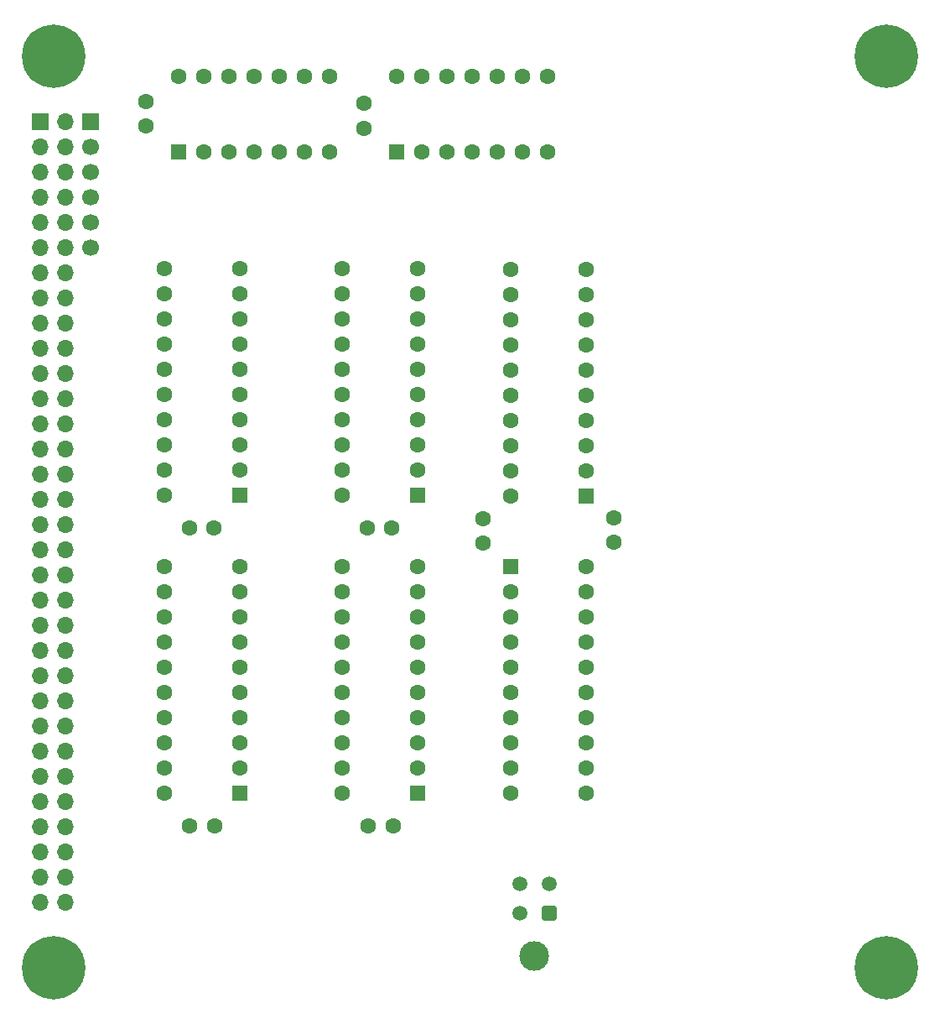
<source format=gbr>
%TF.GenerationSoftware,KiCad,Pcbnew,9.0.4*%
%TF.CreationDate,2025-09-22T01:16:19-04:00*%
%TF.ProjectId,tta8_lsu,74746138-5f6c-4737-952e-6b696361645f,0*%
%TF.SameCoordinates,Original*%
%TF.FileFunction,Soldermask,Bot*%
%TF.FilePolarity,Negative*%
%FSLAX46Y46*%
G04 Gerber Fmt 4.6, Leading zero omitted, Abs format (unit mm)*
G04 Created by KiCad (PCBNEW 9.0.4) date 2025-09-22 01:16:19*
%MOMM*%
%LPD*%
G01*
G04 APERTURE LIST*
G04 Aperture macros list*
%AMRoundRect*
0 Rectangle with rounded corners*
0 $1 Rounding radius*
0 $2 $3 $4 $5 $6 $7 $8 $9 X,Y pos of 4 corners*
0 Add a 4 corners polygon primitive as box body*
4,1,4,$2,$3,$4,$5,$6,$7,$8,$9,$2,$3,0*
0 Add four circle primitives for the rounded corners*
1,1,$1+$1,$2,$3*
1,1,$1+$1,$4,$5*
1,1,$1+$1,$6,$7*
1,1,$1+$1,$8,$9*
0 Add four rect primitives between the rounded corners*
20,1,$1+$1,$2,$3,$4,$5,0*
20,1,$1+$1,$4,$5,$6,$7,0*
20,1,$1+$1,$6,$7,$8,$9,0*
20,1,$1+$1,$8,$9,$2,$3,0*%
G04 Aperture macros list end*
%ADD10C,1.600000*%
%ADD11RoundRect,0.250000X0.550000X0.550000X-0.550000X0.550000X-0.550000X-0.550000X0.550000X-0.550000X0*%
%ADD12R,1.700000X1.700000*%
%ADD13C,1.700000*%
%ADD14RoundRect,0.250000X0.550000X-0.550000X0.550000X0.550000X-0.550000X0.550000X-0.550000X-0.550000X0*%
%ADD15C,6.400000*%
%ADD16O,1.700000X1.700000*%
%ADD17RoundRect,0.250000X-0.550000X-0.550000X0.550000X-0.550000X0.550000X0.550000X-0.550000X0.550000X0*%
%ADD18C,3.000000*%
%ADD19RoundRect,0.250001X0.499999X0.499999X-0.499999X0.499999X-0.499999X-0.499999X0.499999X-0.499999X0*%
%ADD20C,1.500000*%
G04 APERTURE END LIST*
D10*
%TO.C,U5*%
X105100000Y-95380000D03*
X105100000Y-92840000D03*
X105100000Y-90300000D03*
X105100000Y-87760000D03*
X105100000Y-85220000D03*
X105100000Y-82680000D03*
X105100000Y-80140000D03*
X105100000Y-77600000D03*
X105100000Y-75060000D03*
X105100000Y-72520000D03*
X112720000Y-72520000D03*
X112720000Y-75060000D03*
X112720000Y-77600000D03*
X112720000Y-80140000D03*
X112720000Y-82680000D03*
X112720000Y-85220000D03*
X112720000Y-87760000D03*
X112720000Y-90300000D03*
X112720000Y-92840000D03*
D11*
X112720000Y-95380000D03*
%TD*%
D10*
%TO.C,C6*%
X115500000Y-100100000D03*
X115500000Y-97600000D03*
%TD*%
D12*
%TO.C,J2*%
X62650000Y-57645000D03*
D13*
X62650000Y-60185000D03*
X62650000Y-62725000D03*
X62650000Y-65265000D03*
X62650000Y-67805000D03*
X62650000Y-70345000D03*
%TD*%
D14*
%TO.C,U8*%
X93600000Y-60720000D03*
D10*
X96140000Y-60720000D03*
X98680000Y-60720000D03*
X101220000Y-60720000D03*
X103760000Y-60720000D03*
X106300000Y-60720000D03*
X108840000Y-60720000D03*
X108840000Y-53100000D03*
X106300000Y-53100000D03*
X103760000Y-53100000D03*
X101220000Y-53100000D03*
X98680000Y-53100000D03*
X96140000Y-53100000D03*
X93600000Y-53100000D03*
%TD*%
%TO.C,C3*%
X90750000Y-128700000D03*
X93250000Y-128700000D03*
%TD*%
%TO.C,C2*%
X72650000Y-98600000D03*
X75150000Y-98600000D03*
%TD*%
D11*
%TO.C,U4*%
X95700000Y-95360000D03*
D10*
X95700000Y-92820000D03*
X95700000Y-90280000D03*
X95700000Y-87740000D03*
X95700000Y-85200000D03*
X95700000Y-82660000D03*
X95700000Y-80120000D03*
X95700000Y-77580000D03*
X95700000Y-75040000D03*
X95700000Y-72500000D03*
X88080000Y-72500000D03*
X88080000Y-75040000D03*
X88080000Y-77580000D03*
X88080000Y-80120000D03*
X88080000Y-82660000D03*
X88080000Y-85200000D03*
X88080000Y-87740000D03*
X88080000Y-90280000D03*
X88080000Y-92820000D03*
X88080000Y-95360000D03*
%TD*%
D11*
%TO.C,U3*%
X95725000Y-125370000D03*
D10*
X95725000Y-122830000D03*
X95725000Y-120290000D03*
X95725000Y-117750000D03*
X95725000Y-115210000D03*
X95725000Y-112670000D03*
X95725000Y-110130000D03*
X95725000Y-107590000D03*
X95725000Y-105050000D03*
X95725000Y-102510000D03*
X88105000Y-102510000D03*
X88105000Y-105050000D03*
X88105000Y-107590000D03*
X88105000Y-110130000D03*
X88105000Y-112670000D03*
X88105000Y-115210000D03*
X88105000Y-117750000D03*
X88105000Y-120290000D03*
X88105000Y-122830000D03*
X88105000Y-125370000D03*
%TD*%
D15*
%TO.C,H3*%
X59000000Y-143000000D03*
%TD*%
%TO.C,H2*%
X143000000Y-51000000D03*
%TD*%
D14*
%TO.C,U7*%
X71612500Y-60705000D03*
D10*
X74152500Y-60705000D03*
X76692500Y-60705000D03*
X79232500Y-60705000D03*
X81772500Y-60705000D03*
X84312500Y-60705000D03*
X86852500Y-60705000D03*
X86852500Y-53085000D03*
X84312500Y-53085000D03*
X81772500Y-53085000D03*
X79232500Y-53085000D03*
X76692500Y-53085000D03*
X74152500Y-53085000D03*
X71612500Y-53085000D03*
%TD*%
%TO.C,C1*%
X72700000Y-128700000D03*
X75200000Y-128700000D03*
%TD*%
D12*
%TO.C,J1*%
X57570000Y-57645000D03*
D16*
X60110000Y-57645000D03*
X57570000Y-60185000D03*
X60110000Y-60185000D03*
X57570000Y-62725000D03*
X60110000Y-62725000D03*
X57570000Y-65265000D03*
X60110000Y-65265000D03*
X57570000Y-67805000D03*
X60110000Y-67805000D03*
X57570000Y-70345000D03*
X60110000Y-70345000D03*
X57570000Y-72885000D03*
X60110000Y-72885000D03*
X57570000Y-75425000D03*
X60110000Y-75425000D03*
X57570000Y-77965000D03*
X60110000Y-77965000D03*
X57570000Y-80505000D03*
X60110000Y-80505000D03*
X57570000Y-83045000D03*
X60110000Y-83045000D03*
X57570000Y-85585000D03*
X60110000Y-85585000D03*
X57570000Y-88125000D03*
X60110000Y-88125000D03*
X57570000Y-90665000D03*
X60110000Y-90665000D03*
X57570000Y-93205000D03*
X60110000Y-93205000D03*
X57570000Y-95745000D03*
X60110000Y-95745000D03*
X57570000Y-98285000D03*
X60110000Y-98285000D03*
X57570000Y-100825000D03*
X60110000Y-100825000D03*
X57570000Y-103365000D03*
X60110000Y-103365000D03*
X57570000Y-105905000D03*
X60110000Y-105905000D03*
X57570000Y-108445000D03*
X60110000Y-108445000D03*
X57570000Y-110985000D03*
X60110000Y-110985000D03*
X57570000Y-113525000D03*
X60110000Y-113525000D03*
X57570000Y-116065000D03*
X60110000Y-116065000D03*
X57570000Y-118605000D03*
X60110000Y-118605000D03*
X57570000Y-121145000D03*
X60110000Y-121145000D03*
X57570000Y-123685000D03*
X60110000Y-123685000D03*
X57570000Y-126225000D03*
X60110000Y-126225000D03*
X57570000Y-128765000D03*
X60110000Y-128765000D03*
X57570000Y-131305000D03*
X60110000Y-131305000D03*
X57570000Y-133845000D03*
X60110000Y-133845000D03*
X57570000Y-136385000D03*
X60110000Y-136385000D03*
%TD*%
D15*
%TO.C,H1*%
X59000000Y-51000000D03*
%TD*%
D17*
%TO.C,U6*%
X105100000Y-102500000D03*
D10*
X105100000Y-105040000D03*
X105100000Y-107580000D03*
X105100000Y-110120000D03*
X105100000Y-112660000D03*
X105100000Y-115200000D03*
X105100000Y-117740000D03*
X105100000Y-120280000D03*
X105100000Y-122820000D03*
X105100000Y-125360000D03*
X112720000Y-125360000D03*
X112720000Y-122820000D03*
X112720000Y-120280000D03*
X112720000Y-117740000D03*
X112720000Y-115200000D03*
X112720000Y-112660000D03*
X112720000Y-110120000D03*
X112720000Y-107580000D03*
X112720000Y-105040000D03*
X112720000Y-102500000D03*
%TD*%
%TO.C,C5*%
X102300000Y-97650000D03*
X102300000Y-100150000D03*
%TD*%
%TO.C,C8*%
X90300000Y-55800000D03*
X90300000Y-58300000D03*
%TD*%
D11*
%TO.C,U2*%
X77720000Y-95320000D03*
D10*
X77720000Y-92780000D03*
X77720000Y-90240000D03*
X77720000Y-87700000D03*
X77720000Y-85160000D03*
X77720000Y-82620000D03*
X77720000Y-80080000D03*
X77720000Y-77540000D03*
X77720000Y-75000000D03*
X77720000Y-72460000D03*
X70100000Y-72460000D03*
X70100000Y-75000000D03*
X70100000Y-77540000D03*
X70100000Y-80080000D03*
X70100000Y-82620000D03*
X70100000Y-85160000D03*
X70100000Y-87700000D03*
X70100000Y-90240000D03*
X70100000Y-92780000D03*
X70100000Y-95320000D03*
%TD*%
%TO.C,C4*%
X90600000Y-98600000D03*
X93100000Y-98600000D03*
%TD*%
D18*
%TO.C,J3*%
X107500000Y-141820000D03*
D19*
X109000000Y-137500000D03*
D20*
X106000000Y-137500000D03*
X109000000Y-134500000D03*
X106000000Y-134500000D03*
%TD*%
D15*
%TO.C,H4*%
X143000000Y-143000000D03*
%TD*%
D10*
%TO.C,C7*%
X68300000Y-55600000D03*
X68300000Y-58100000D03*
%TD*%
D11*
%TO.C,U1*%
X77720000Y-125360000D03*
D10*
X77720000Y-122820000D03*
X77720000Y-120280000D03*
X77720000Y-117740000D03*
X77720000Y-115200000D03*
X77720000Y-112660000D03*
X77720000Y-110120000D03*
X77720000Y-107580000D03*
X77720000Y-105040000D03*
X77720000Y-102500000D03*
X70100000Y-102500000D03*
X70100000Y-105040000D03*
X70100000Y-107580000D03*
X70100000Y-110120000D03*
X70100000Y-112660000D03*
X70100000Y-115200000D03*
X70100000Y-117740000D03*
X70100000Y-120280000D03*
X70100000Y-122820000D03*
X70100000Y-125360000D03*
%TD*%
M02*

</source>
